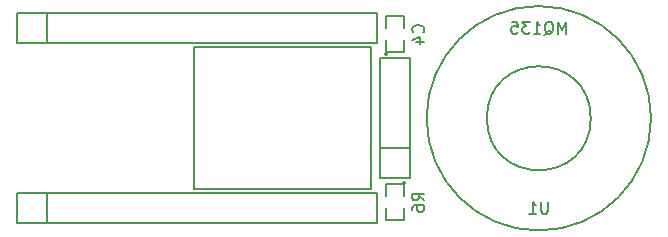
<source format=gbr>
G04 #@! TF.FileFunction,Legend,Bot*
%FSLAX46Y46*%
G04 Gerber Fmt 4.6, Leading zero omitted, Abs format (unit mm)*
G04 Created by KiCad (PCBNEW (2014-10-31 BZR 5247)-product) date Sonntag, 14. Dezember 2014 16:47:01*
%MOMM*%
G01*
G04 APERTURE LIST*
%ADD10C,0.100000*%
%ADD11C,0.150000*%
G04 APERTURE END LIST*
D10*
D11*
X140208000Y-153670000D02*
X168148000Y-153670000D01*
X168148000Y-153670000D02*
X168148000Y-151130000D01*
X168148000Y-151130000D02*
X140208000Y-151130000D01*
X137668000Y-153670000D02*
X140208000Y-153670000D01*
X140208000Y-153670000D02*
X140208000Y-151130000D01*
X137668000Y-153670000D02*
X137668000Y-151130000D01*
X137668000Y-151130000D02*
X140208000Y-151130000D01*
X140208000Y-138430000D02*
X168148000Y-138430000D01*
X168148000Y-138430000D02*
X168148000Y-135890000D01*
X168148000Y-135890000D02*
X140208000Y-135890000D01*
X137668000Y-138430000D02*
X140208000Y-138430000D01*
X140208000Y-138430000D02*
X140208000Y-135890000D01*
X137668000Y-138430000D02*
X137668000Y-135890000D01*
X137668000Y-135890000D02*
X140208000Y-135890000D01*
X191364000Y-144780000D02*
G75*
G03X191364000Y-144780000I-9500000J0D01*
G01*
X186264000Y-144780000D02*
G75*
G03X186264000Y-144780000I-4400000J0D01*
G01*
X167680000Y-150788000D02*
X152680000Y-150788000D01*
X152680000Y-150788000D02*
X152680000Y-138788000D01*
X152680000Y-138788000D02*
X167680000Y-138788000D01*
X167680000Y-150788000D02*
X167680000Y-138788000D01*
X168410000Y-147328000D02*
X168410000Y-139708000D01*
X170950000Y-147328000D02*
X170950000Y-139708000D01*
X170950000Y-149868000D02*
X170950000Y-147328000D01*
X168410000Y-139708000D02*
X170950000Y-139708000D01*
X170950000Y-147328000D02*
X168410000Y-147328000D01*
X170950000Y-149868000D02*
X168410000Y-149868000D01*
X168410000Y-149868000D02*
X168410000Y-147328000D01*
X169037000Y-139319000D02*
G75*
G03X169037000Y-139319000I-127000J0D01*
G01*
X168910000Y-138176000D02*
X168910000Y-139192000D01*
X168910000Y-139192000D02*
X170434000Y-139192000D01*
X170434000Y-139192000D02*
X170434000Y-138176000D01*
X170434000Y-137160000D02*
X170434000Y-136144000D01*
X170434000Y-136144000D02*
X168910000Y-136144000D01*
X168910000Y-136144000D02*
X168910000Y-137160000D01*
X170561000Y-150241000D02*
G75*
G03X170561000Y-150241000I-127000J0D01*
G01*
X170434000Y-151384000D02*
X170434000Y-150368000D01*
X170434000Y-150368000D02*
X168910000Y-150368000D01*
X168910000Y-150368000D02*
X168910000Y-151384000D01*
X168910000Y-152400000D02*
X168910000Y-153416000D01*
X168910000Y-153416000D02*
X170434000Y-153416000D01*
X170434000Y-153416000D02*
X170434000Y-152400000D01*
X182625905Y-151852381D02*
X182625905Y-152661905D01*
X182578286Y-152757143D01*
X182530667Y-152804762D01*
X182435429Y-152852381D01*
X182244952Y-152852381D01*
X182149714Y-152804762D01*
X182102095Y-152757143D01*
X182054476Y-152661905D01*
X182054476Y-151852381D01*
X181054476Y-152852381D02*
X181625905Y-152852381D01*
X181340191Y-152852381D02*
X181340191Y-151852381D01*
X181435429Y-151995238D01*
X181530667Y-152090476D01*
X181625905Y-152138095D01*
X184149714Y-137612381D02*
X184149714Y-136612381D01*
X183816380Y-137326667D01*
X183483047Y-136612381D01*
X183483047Y-137612381D01*
X182340190Y-137707619D02*
X182435428Y-137660000D01*
X182530666Y-137564762D01*
X182673523Y-137421905D01*
X182768762Y-137374286D01*
X182864000Y-137374286D01*
X182816381Y-137612381D02*
X182911619Y-137564762D01*
X183006857Y-137469524D01*
X183054476Y-137279048D01*
X183054476Y-136945714D01*
X183006857Y-136755238D01*
X182911619Y-136660000D01*
X182816381Y-136612381D01*
X182625904Y-136612381D01*
X182530666Y-136660000D01*
X182435428Y-136755238D01*
X182387809Y-136945714D01*
X182387809Y-137279048D01*
X182435428Y-137469524D01*
X182530666Y-137564762D01*
X182625904Y-137612381D01*
X182816381Y-137612381D01*
X181435428Y-137612381D02*
X182006857Y-137612381D01*
X181721143Y-137612381D02*
X181721143Y-136612381D01*
X181816381Y-136755238D01*
X181911619Y-136850476D01*
X182006857Y-136898095D01*
X181102095Y-136612381D02*
X180483047Y-136612381D01*
X180816381Y-136993333D01*
X180673523Y-136993333D01*
X180578285Y-137040952D01*
X180530666Y-137088571D01*
X180483047Y-137183810D01*
X180483047Y-137421905D01*
X180530666Y-137517143D01*
X180578285Y-137564762D01*
X180673523Y-137612381D01*
X180959238Y-137612381D01*
X181054476Y-137564762D01*
X181102095Y-137517143D01*
X179578285Y-136612381D02*
X180054476Y-136612381D01*
X180102095Y-137088571D01*
X180054476Y-137040952D01*
X179959238Y-136993333D01*
X179721142Y-136993333D01*
X179625904Y-137040952D01*
X179578285Y-137088571D01*
X179530666Y-137183810D01*
X179530666Y-137421905D01*
X179578285Y-137517143D01*
X179625904Y-137564762D01*
X179721142Y-137612381D01*
X179959238Y-137612381D01*
X180054476Y-137564762D01*
X180102095Y-137517143D01*
X172061143Y-137501334D02*
X172108762Y-137453715D01*
X172156381Y-137310858D01*
X172156381Y-137215620D01*
X172108762Y-137072762D01*
X172013524Y-136977524D01*
X171918286Y-136929905D01*
X171727810Y-136882286D01*
X171584952Y-136882286D01*
X171394476Y-136929905D01*
X171299238Y-136977524D01*
X171204000Y-137072762D01*
X171156381Y-137215620D01*
X171156381Y-137310858D01*
X171204000Y-137453715D01*
X171251619Y-137501334D01*
X171489714Y-138358477D02*
X172156381Y-138358477D01*
X171108762Y-138120381D02*
X171823048Y-137882286D01*
X171823048Y-138501334D01*
X172156381Y-151725334D02*
X171680190Y-151392000D01*
X172156381Y-151153905D02*
X171156381Y-151153905D01*
X171156381Y-151534858D01*
X171204000Y-151630096D01*
X171251619Y-151677715D01*
X171346857Y-151725334D01*
X171489714Y-151725334D01*
X171584952Y-151677715D01*
X171632571Y-151630096D01*
X171680190Y-151534858D01*
X171680190Y-151153905D01*
X171156381Y-152582477D02*
X171156381Y-152392000D01*
X171204000Y-152296762D01*
X171251619Y-152249143D01*
X171394476Y-152153905D01*
X171584952Y-152106286D01*
X171965905Y-152106286D01*
X172061143Y-152153905D01*
X172108762Y-152201524D01*
X172156381Y-152296762D01*
X172156381Y-152487239D01*
X172108762Y-152582477D01*
X172061143Y-152630096D01*
X171965905Y-152677715D01*
X171727810Y-152677715D01*
X171632571Y-152630096D01*
X171584952Y-152582477D01*
X171537333Y-152487239D01*
X171537333Y-152296762D01*
X171584952Y-152201524D01*
X171632571Y-152153905D01*
X171727810Y-152106286D01*
M02*

</source>
